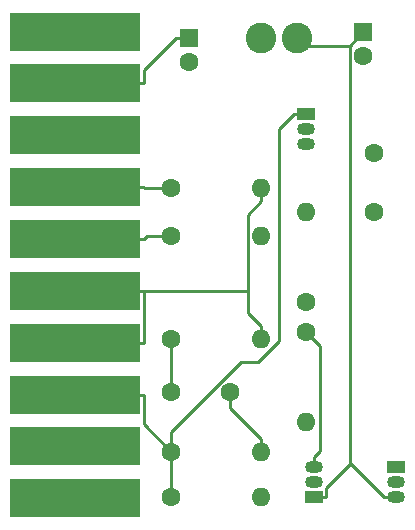
<source format=gbr>
G04 #@! TF.GenerationSoftware,KiCad,Pcbnew,(2017-12-21 revision 23d71cfa9)-makepkg*
G04 #@! TF.CreationDate,2018-07-16T19:44:21-04:00*
G04 #@! TF.ProjectId,OdysseyDaughterCardHorizSyncGenerator,4F647973736579446175676874657243,0.1*
G04 #@! TF.SameCoordinates,Original*
G04 #@! TF.FileFunction,Copper,L2,Bot,Signal*
G04 #@! TF.FilePolarity,Positive*
%FSLAX46Y46*%
G04 Gerber Fmt 4.6, Leading zero omitted, Abs format (unit mm)*
G04 Created by KiCad (PCBNEW (2017-12-21 revision 23d71cfa9)-makepkg) date 07/16/18 19:44:21*
%MOMM*%
%LPD*%
G01*
G04 APERTURE LIST*
%ADD10R,11.000000X3.250000*%
%ADD11C,1.600000*%
%ADD12R,1.600000X1.600000*%
%ADD13C,2.600000*%
%ADD14O,1.500000X1.050000*%
%ADD15R,1.500000X1.050000*%
%ADD16O,1.600000X1.600000*%
%ADD17C,0.250000*%
G04 APERTURE END LIST*
D10*
X129000000Y-81250000D03*
X129000000Y-85638888D03*
X129000000Y-90027776D03*
X129000000Y-94416664D03*
X129000000Y-98805552D03*
X129000000Y-103194440D03*
X129000000Y-107583328D03*
X129000000Y-111972216D03*
X129000000Y-116361104D03*
X129000000Y-120749992D03*
D11*
X154305000Y-96520000D03*
X154305000Y-91520000D03*
X142160000Y-111760000D03*
X137160000Y-111760000D03*
D12*
X138684000Y-81788000D03*
D11*
X138684000Y-83788000D03*
X153416000Y-83280000D03*
D12*
X153416000Y-81280000D03*
D13*
X144780000Y-81788000D03*
X147780000Y-81788000D03*
D14*
X148590000Y-89535000D03*
X148590000Y-90805000D03*
D15*
X148590000Y-88265000D03*
X149225000Y-120650000D03*
D14*
X149225000Y-118110000D03*
X149225000Y-119380000D03*
X156210000Y-119380000D03*
X156210000Y-120650000D03*
D15*
X156210000Y-118110000D03*
D16*
X144780000Y-120650000D03*
D11*
X137160000Y-120650000D03*
X137160000Y-98552000D03*
D16*
X144780000Y-98552000D03*
D11*
X137160000Y-116840000D03*
D16*
X144780000Y-116840000D03*
X148590000Y-96520000D03*
D11*
X148590000Y-104140000D03*
X137160000Y-107315000D03*
D16*
X144780000Y-107315000D03*
X148590000Y-114300000D03*
D11*
X148590000Y-106680000D03*
X137160000Y-94488000D03*
D16*
X144780000Y-94488000D03*
D17*
X142160000Y-113094700D02*
X142160000Y-111760000D01*
X144780000Y-115714700D02*
X142160000Y-113094700D01*
X144780000Y-116840000D02*
X144780000Y-115714700D01*
X137160000Y-107315000D02*
X137160000Y-111760000D01*
X134825300Y-84521400D02*
X134825300Y-85638900D01*
X137558700Y-81788000D02*
X134825300Y-84521400D01*
X138684000Y-81788000D02*
X137558700Y-81788000D01*
X129000000Y-85638900D02*
X134825300Y-85638900D01*
X144780000Y-94488000D02*
X144780000Y-95613300D01*
X144780000Y-107315000D02*
X144780000Y-106189700D01*
X143654700Y-96738600D02*
X143654700Y-103194400D01*
X144780000Y-95613300D02*
X143654700Y-96738600D01*
X143654700Y-105064400D02*
X144780000Y-106189700D01*
X143654700Y-103194400D02*
X143654700Y-105064400D01*
X134825300Y-107583300D02*
X134825300Y-103194400D01*
X129000000Y-107583300D02*
X134825300Y-107583300D01*
X129000000Y-103194400D02*
X134825300Y-103194400D01*
X143654700Y-103194400D02*
X134825300Y-103194400D01*
X156210000Y-120650000D02*
X155134700Y-120650000D01*
X148431400Y-82439400D02*
X147780000Y-81788000D01*
X152256600Y-82439400D02*
X148431400Y-82439400D01*
X152256600Y-82439400D02*
X153416000Y-81280000D01*
X152381700Y-117897000D02*
X152256600Y-117897000D01*
X155134700Y-120650000D02*
X152381700Y-117897000D01*
X150300300Y-119853300D02*
X152256600Y-117897000D01*
X150300300Y-120650000D02*
X150300300Y-119853300D01*
X152256600Y-117897000D02*
X152256600Y-82439400D01*
X149225000Y-120650000D02*
X150300300Y-120650000D01*
X134825300Y-114505300D02*
X134825300Y-111972200D01*
X137160000Y-116840000D02*
X134825300Y-114505300D01*
X129000000Y-111972200D02*
X134825300Y-111972200D01*
X137160000Y-120650000D02*
X137160000Y-116840000D01*
X146273900Y-89505800D02*
X147514700Y-88265000D01*
X146273900Y-107453900D02*
X146273900Y-89505800D01*
X144511300Y-109216500D02*
X146273900Y-107453900D01*
X143106800Y-109216500D02*
X144511300Y-109216500D01*
X137160000Y-115163300D02*
X143106800Y-109216500D01*
X137160000Y-116840000D02*
X137160000Y-115163300D01*
X148590000Y-88265000D02*
X147514700Y-88265000D01*
X149225000Y-118110000D02*
X149225000Y-117259700D01*
X149760500Y-116724200D02*
X149225000Y-117259700D01*
X149760500Y-107850500D02*
X149760500Y-116724200D01*
X148590000Y-106680000D02*
X149760500Y-107850500D01*
X134896600Y-94488000D02*
X134825300Y-94416700D01*
X137160000Y-94488000D02*
X134896600Y-94488000D01*
X129000000Y-94416700D02*
X134825300Y-94416700D01*
X135078800Y-98552000D02*
X134825300Y-98805500D01*
X137160000Y-98552000D02*
X135078800Y-98552000D01*
X129000000Y-98805500D02*
X134825300Y-98805500D01*
M02*

</source>
